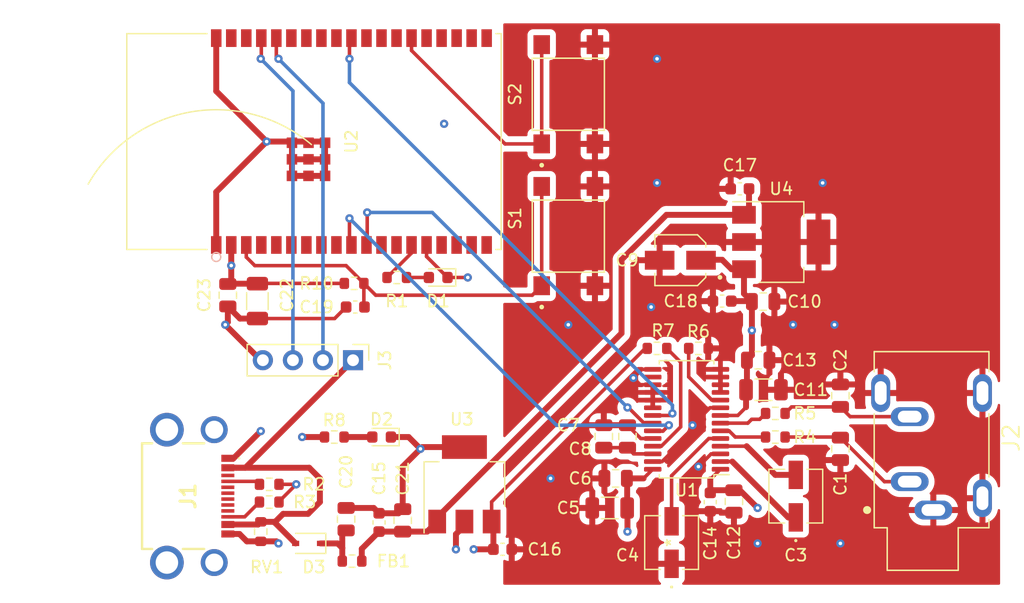
<source format=kicad_pcb>
(kicad_pcb (version 20211014) (generator pcbnew)
  (title_block (title "ESP32 Network DAC") (date "2022-11-06") (rev "0.1") (company "Pavlos Papaefstathiou"))
  (layers (0 "F.Cu" signal) (1 "In1.Cu" power) (2 "In2.Cu" signal) (3 "In3.Cu" power) (4 "In4.Cu" power) (31 "B.Cu" signal) (34 "B.Paste" user) (35 "F.Paste" user) (36 "B.SilkS" user "B.Silkscreen") (37 "F.SilkS" user "F.Silkscreen") (38 "B.Mask" user) (39 "F.Mask" user) (44 "Edge.Cuts" user))
  (net 0 "")
  (net 1 "GND")
  (net 2 "+3V3")
  (net 3 "+3.3VA")
  (net 4 "VBUS_FILT")
  (net 5 "RESET")
  (net 6 "/VBUS_RP")
  (net 7 "VBUS")
  (net 18 "ESP32_Tx")
  (net 19 "ESP32_Rx")
  (net 20 "/GPIO12")
  (net 21 "/OUTL")
  (net 22 "/OUTR")
  (net 23 "/CAPP")
  (net 24 "GPIO0")
  (net 26 "PCM_BCK")
  (net 27 "PCM_DIN")
  (net 28 "PCM_LRCK")
  (net 55 "/CAPM")
  (net 56 "/VNEG")
  (net 57 "/LDO0")
  (net 58 "/DEMP")
  (net 59 "/JACKL")
  (net 60 "/JACKR")
  (net 61 "/XSMT")
  (net 62 "/CC1")
  (net 63 "/CC2")
  (net 64 "/D2_PWR")
  (net 65 "/D1_PWR")
  (footprint "Resistor_SMD:R_0603_1608Metric" (layer "F.Cu") (at 149 108.5 180)
    (fp_text reference "R4" (at -2.5 0) (layer "F.SilkS"))
    (fp_text value "470Ω" hide)
    (pad "1" smd roundrect (at -0.825 0 180) (size 0.8 0.95) (layers "F.Cu" "F.Paste" "F.Mask") (net 59 "/JACKL"))
    (pad "2" smd roundrect (at 0.825 0 180) (size 0.8 0.95) (layers "F.Cu" "F.Paste" "F.Mask") (net 21 "/OUTL"))
  )
  (footprint "Resistor_SMD:R_0603_1608Metric" (layer "F.Cu") (at 105.5 116.5 -90)
    (fp_text reference "RV1" (at 3 -0.5 180) (layer "F.SilkS"))
    (fp_text value "CG0603MLU-05E" hide)
    (pad "1" smd roundrect (at -0.825 0 270) (size 0.8 0.95) (layers "F.Cu" "F.Paste" "F.Mask") (net 7 "VBUS"))
    (pad "2" smd roundrect (at 0.825 0 270) (size 0.8 0.95) (layers "F.Cu" "F.Paste" "F.Mask") (net 1 "GND"))
  )
  (footprint "library:CUI_SJ1-3533NS" (layer "F.Cu") (at 162.3575 114.675 90)
    (fp_text reference "J2" (at 6.108457 6.582308 90) (layer "F.SilkS") (effects (font (size 1.400913 1.400913))))
    (fp_text value "SJ1-3533NS" hide)
    (pad "1" thru_hole oval locked (at 0 0 90) (size 1.6 3.2) (drill oval 1 2) (layers *.Cu *.Mask) (net 1 "GND"))
    (pad "2" thru_hole oval locked (at 2.4 -2 90) (size 1.6 3.2) (drill oval 1 2) (layers *.Cu *.Mask) (net 59 "/JACKL"))
    (pad "3" thru_hole oval locked (at 7.9 -2 90) (size 1.6 3.2) (drill oval 1 2) (layers *.Cu *.Mask) (net 60 "/JACKR"))
    (pad "S1" thru_hole oval locked (at 1 4.15 90) (size 3.2 1.6) (drill oval 2 1) (layers *.Cu *.Mask) (net 1 "GND"))
    (pad "S2" thru_hole oval locked (at 9.9 4.15 90) (size 3.2 1.6) (drill oval 2 1) (layers *.Cu *.Mask) (net 1 "GND"))
    (pad "S3" thru_hole oval locked (at 9.9 -4.45 90) (size 3.2 1.6) (drill oval 2 1) (layers *.Cu *.Mask) (net 1 "GND"))
  )
  (footprint "library:CAP_EEEFN1A100R" (layer "F.Cu") (at 140.97 93.54 180)
    (fp_text reference "C9" (at 4.5 0) (layer "F.SilkS"))
    (fp_text value "10uF EEEFN1A100R" hide)
    (pad "1" smd rect locked (at -1.75 0 180) (size 2.5 1.6) (layers "F.Cu" "F.Paste" "F.Mask") (net 3 "+3.3VA"))
    (pad "2" smd rect locked (at 1.75 0 180) (size 2.5 1.6) (layers "F.Cu" "F.Paste" "F.Mask") (net 1 "GND"))
  )
  (footprint "Connector_PinHeader_2.54mm:PinHeader_1x04_P2.54mm_Vertical" (layer "F.Cu") (at 113.3 102 -90)
    (fp_text reference "J3" (at 0 -2.7 90) (layer "F.SilkS"))
    (fp_text value "Conn_01x04_Male" hide)
    (pad "1" thru_hole rect (at 0 0 270) (size 1.7 1.7) (drill 1) (layers *.Cu *.Mask) (net 7 "VBUS"))
    (pad "2" thru_hole oval (at 0 2.54 270) (size 1.7 1.7) (drill 1) (layers *.Cu *.Mask) (net 19 "ESP32_Rx"))
    (pad "3" thru_hole oval (at 0 5.08 270) (size 1.7 1.7) (drill 1) (layers *.Cu *.Mask) (net 18 "ESP32_Tx"))
    (pad "4" thru_hole oval (at 0 7.62 270) (size 1.7 1.7) (drill 1) (layers *.Cu *.Mask) (net 1 "GND"))
  )
  (footprint "Package_TO_SOT_SMD:SOT-223-3_TabPin2" (layer "F.Cu") (at 122.717 112.5 90)
    (fp_text reference "U3" (at 5.5 -0.217) (layer "F.SilkS"))
    (fp_text value "MCP1825S" hide)
    (pad "1" smd rect (at -3.15 -2.3 90) (size 2 1.5) (layers "F.Cu" "F.Paste" "F.Mask") (net 4 "VBUS_FILT"))
    (pad "2" smd rect (at -3.15 0 90) (size 2 1.5) (layers "F.Cu" "F.Paste" "F.Mask") (net 1 "GND"))
    (pad "2" smd rect (at 3.15 0 90) (size 2 3.8) (layers "F.Cu" "F.Paste" "F.Mask") (net 1 "GND"))
    (pad "3" smd rect (at -3.15 2.3 90) (size 2 1.5) (layers "F.Cu" "F.Paste" "F.Mask") (net 2 "+3V3"))
  )
  (footprint "Capacitor_SMD:C_0805_2012Metric" (layer "F.Cu") (at 145.5 113.95 -90)
    (fp_text reference "C12" (at 3.5 0 -90) (layer "F.SilkS"))
    (fp_text value "0.1uF" hide)
    (pad "1" smd roundrect (at -0.95 0 270) (size 1 1.45) (layers "F.Cu" "F.Paste" "F.Mask") (net 3 "+3.3VA"))
    (pad "2" smd roundrect (at 0.95 0 270) (size 1 1.45) (layers "F.Cu" "F.Paste" "F.Mask") (net 1 "GND"))
  )
  (footprint "Capacitor_SMD:C_0805_2012Metric" (layer "F.Cu") (at 117.5 115.55 90)
    (fp_text reference "C21" (at 3.55 0 90) (layer "F.SilkS"))
    (fp_text value "0.1uF" hide)
    (pad "1" smd roundrect (at -0.95 0 90) (size 1 1.45) (layers "F.Cu" "F.Paste" "F.Mask") (net 4 "VBUS_FILT"))
    (pad "2" smd roundrect (at 0.95 0 90) (size 1 1.45) (layers "F.Cu" "F.Paste" "F.Mask") (net 1 "GND"))
  )
  (footprint "Resistor_SMD:R_0603_1608Metric" (layer "F.Cu") (at 113.392 95.5)
    (fp_text reference "R10" (at -3.175 0) (layer "F.SilkS"))
    (fp_text value "100kΩ" hide)
    (pad "1" smd roundrect (at -0.825 0) (size 0.8 0.95) (layers "F.Cu" "F.Paste" "F.Mask") (net 2 "+3V3"))
    (pad "2" smd roundrect (at 0.825 0) (size 0.8 0.95) (layers "F.Cu" "F.Paste" "F.Mask") (net 5 "RESET"))
  )
  (footprint "Capacitor_SMD:C_0805_2012Metric" (layer "F.Cu") (at 136.5 108.45 90)
    (fp_text reference "C8" (at -1.05 -4 180) (layer "F.SilkS"))
    (fp_text value "0.1uF" hide)
    (pad "1" smd roundrect (at -0.95 0 90) (size 1 1.45) (layers "F.Cu" "F.Paste" "F.Mask") (net 57 "/LDO0"))
    (pad "2" smd roundrect (at 0.95 0 90) (size 1 1.45) (layers "F.Cu" "F.Paste" "F.Mask") (net 1 "GND"))
  )
  (footprint "Capacitor_SMD:C_0603_1608Metric" (layer "F.Cu") (at 143.5 114 -90)
    (fp_text reference "C14" (at 3.5 0 -90) (layer "F.SilkS"))
    (fp_text value "1uF" hide)
    (pad "1" smd roundrect (at -0.775 0 270) (size 0.9 0.95) (layers "F.Cu" "F.Paste" "F.Mask") (net 3 "+3.3VA"))
    (pad "2" smd roundrect (at 0.775 0 270) (size 0.9 0.95) (layers "F.Cu" "F.Paste" "F.Mask") (net 1 "GND"))
  )
  (footprint "Capacitor_SMD:C_0603_1608Metric" (layer "F.Cu") (at 113.492 97.5 180)
    (fp_text reference "C19" (at 3.275 0) (layer "F.SilkS"))
    (fp_text value "1uF" hide)
    (pad "1" smd roundrect (at -0.775 0 180) (size 0.9 0.95) (layers "F.Cu" "F.Paste" "F.Mask") (net 5 "RESET"))
    (pad "2" smd roundrect (at 0.775 0 180) (size 0.9 0.95) (layers "F.Cu" "F.Paste" "F.Mask") (net 1 "GND"))
  )
  (footprint "Capacitor_SMD:C_0603_1608Metric" (layer "F.Cu") (at 125.942 118)
    (fp_text reference "C16" (at 3.558 0) (layer "F.SilkS"))
    (fp_text value "1uF" hide)
    (pad "1" smd roundrect (at -0.775 0) (size 0.9 0.95) (layers "F.Cu" "F.Paste" "F.Mask") (net 2 "+3V3"))
    (pad "2" smd roundrect (at 0.775 0) (size 0.9 0.95) (layers "F.Cu" "F.Paste" "F.Mask") (net 1 "GND"))
  )
  (footprint "Capacitor_SMD:C_0805_2012Metric" (layer "F.Cu") (at 102.717 96.5 -90)
    (fp_text reference "C23" (at 0 2 -90) (layer "F.SilkS"))
    (fp_text value "0.1uF" hide)
    (pad "1" smd roundrect (at -0.95 0 270) (size 1 1.45) (layers "F.Cu" "F.Paste" "F.Mask") (net 2 "+3V3"))
    (pad "2" smd roundrect (at 0.95 0 270) (size 1 1.45) (layers "F.Cu" "F.Paste" "F.Mask") (net 1 "GND"))
  )
  (footprint "Resistor_SMD:R_0603_1608Metric" (layer "F.Cu") (at 139 101)
    (fp_text reference "R7" (at 0.5 -1.5) (layer "F.SilkS"))
    (fp_text value "1kΩ" hide)
    (pad "1" smd roundrect (at -0.825 0) (size 0.8 0.95) (layers "F.Cu" "F.Paste" "F.Mask") (net 2 "+3V3"))
    (pad "2" smd roundrect (at 0.825 0) (size 0.8 0.95) (layers "F.Cu" "F.Paste" "F.Mask") (net 61 "/XSMT"))
  )
  (footprint "library:SW_TS07-667-37-BK-260-SMT-TR" (layer "F.Cu") (at 131.5 91.5 90)
    (fp_text reference "S1" (at 1.5 -4.5 90) (layer "F.SilkS"))
    (fp_text value "TS07")
    (pad "1" smd rect locked (at -4.2 -2.25 90) (size 1.6 1.4) (layers "F.Cu" "F.Paste" "F.Mask") (net 5 "RESET"))
    (pad "2" smd rect locked (at -4.2 2.25 90) (size 1.6 1.4) (layers "F.Cu" "F.Paste" "F.Mask") (net 1 "GND"))
    (pad "3" smd rect locked (at 4.2 -2.25 90) (size 1.6 1.4) (layers "F.Cu" "F.Paste" "F.Mask") (net 5 "RESET"))
    (pad "4" smd rect locked (at 4.2 2.25 90) (size 1.6 1.4) (layers "F.Cu" "F.Paste" "F.Mask") (net 1 "GND"))
  )
  (footprint "Resistor_SMD:R_0603_1608Metric" (layer "F.Cu") (at 111.717 108.5)
    (fp_text reference "R8" (at 0 -1.43) (layer "F.SilkS"))
    (fp_text value "2k" hide)
    (pad "1" smd roundrect (at -0.825 0) (size 0.8 0.95) (layers "F.Cu" "F.Paste" "F.Mask") (net 2 "+3V3"))
    (pad "2" smd roundrect (at 0.825 0) (size 0.8 0.95) (layers "F.Cu" "F.Paste" "F.Mask") (net 64 "/D2_PWR"))
  )
  (footprint "library:ESP32-WROVER-EM213EH2864PH3Q0" (layer "F.Cu") (at 110 83.5 90)
    (fp_text reference "U2" (at 0 3.167202 90) (layer "F.SilkS"))
    (fp_text value "ESP32-WROVER-EM213EH2864PH3Q0" hide)
    (pad "1" smd rect locked (at -8.75 -8.262798 90) (size 1.4986 0.889) (layers "F.Cu" "F.Paste" "F.Mask") (net 1 "GND"))
    (pad "2" smd rect locked (at -8.75 -6.992798 90) (size 1.4986 0.889) (layers "F.Cu" "F.Paste" "F.Mask") (net 2 "+3V3"))
    (pad "3" smd rect locked (at -8.75 -5.722798 90) (size 1.4986 0.889) (layers "F.Cu" "F.Paste" "F.Mask") (net 5 "RESET"))
    (pad "4" smd rect locked (at -8.75 -4.452798 90) (size 1.4986 0.889) (layers "F.Cu" "F.Paste" "F.Mask"))
    (pad "5" smd rect locked (at -8.75 -3.182798 90) (size 1.4986 0.889) (layers "F.Cu" "F.Paste" "F.Mask"))
    (pad "6" smd rect locked (at -8.75 -1.912798 90) (size 1.4986 0.889) (layers "F.Cu" "F.Paste" "F.Mask"))
    (pad "7" smd rect locked (at -8.75 -0.642798 90) (size 1.4986 0.889) (layers "F.Cu" "F.Paste" "F.Mask"))
    (pad "8" smd rect locked (at -8.75 0.627202 90) (size 1.4986 0.889) (layers "F.Cu" "F.Paste" "F.Mask"))
    (pad "9" smd rect locked (at -8.75 1.897202 90) (size 1.4986 0.889) (layers "F.Cu" "F.Paste" "F.Mask"))
    (pad "10" smd rect locked (at -8.75 3.167202 90) (size 1.4986 0.889) (layers "F.Cu" "F.Paste" "F.Mask") (net 28 "PCM_LRCK"))
    (pad "11" smd rect locked (at -8.75 4.437202 90) (size 1.4986 0.889) (layers "F.Cu" "F.Paste" "F.Mask") (net 27 "PCM_DIN"))
    (pad "12" smd rect locked (at -8.75 5.707202 90) (size 1.4986 0.889) (layers "F.Cu" "F.Paste" "F.Mask"))
    (pad "13" smd rect locked (at -8.75 6.977202 90) (size 1.4986 0.889) (layers "F.Cu" "F.Paste" "F.Mask"))
    (pad "14" smd rect locked (at -8.75 8.247202 90) (size 1.4986 0.889) (layers "F.Cu" "F.Paste" "F.Mask") (net 20 "/GPIO12"))
    (pad "15" smd rect locked (at -8.75 9.517202 90) (size 1.4986 0.889) (layers "F.Cu" "F.Paste" "F.Mask") (net 1 "GND"))
    (pad "16" smd rect locked (at -8.75 10.787202 90) (size 1.4986 0.889) (layers "F.Cu" "F.Paste" "F.Mask"))
    (pad "17" smd rect locked (at -8.75 12.057202 90) (size 1.4986 0.889) (layers "F.Cu" "F.Paste" "F.Mask"))
    (pad "18" smd rect locked (at -8.75 13.327202 90) (size 1.4986 0.889) (layers "F.Cu" "F.Paste" "F.Mask"))
    (pad "19" smd rect locked (at -8.75 14.597202 90) (size 1.4986 0.889) (layers "F.Cu" "F.Paste" "F.Mask"))
    (pad "20" smd rect locked (at 8.75 14.597202 90) (size 1.4986 0.889) (layers "F.Cu" "F.Paste" "F.Mask"))
    (pad "21" smd rect locked (at 8.75 13.327202 90) (size 1.4986 0.889) (layers "F.Cu" "F.Paste" "F.Mask"))
    (pad "22" smd rect locked (at 8.75 12.057202 90) (size 1.4986 0.889) (layers "F.Cu" "F.Paste" "F.Mask"))
    (pad "23" smd rect locked (at 8.75 10.787202 90) (size 1.4986 0.889) (layers "F.Cu" "F.Paste" "F.Mask"))
    (pad "24" smd rect locked (at 8.75 9.517202 90) (size 1.4986 0.889) (layers "F.Cu" "F.Paste" "F.Mask"))
    (pad "25" smd rect locked (at 8.75 8.247202 90) (size 1.4986 0.889) (layers "F.Cu" "F.Paste" "F.Mask") (net 24 "GPIO0"))
    (pad "26" smd rect locked (at 8.75 6.977202 90) (size 1.4986 0.889) (layers "F.Cu" "F.Paste" "F.Mask"))
    (pad "27" smd rect locked (at 8.75 5.707202 90) (size 1.4986 0.889) (layers "F.Cu" "F.Paste" "F.Mask"))
    (pad "28" smd rect locked (at 8.75 4.437202 90) (size 1.4986 0.889) (layers "F.Cu" "F.Paste" "F.Mask"))
    (pad "29" smd rect locked (at 8.75 3.167202 90) (size 1.4986 0.889) (layers "F.Cu" "F.Paste" "F.Mask") (net 26 "PCM_BCK"))
    (pad "30" smd rect locked (at 8.75 1.897202 90) (size 1.4986 0.889) (layers "F.Cu" "F.Paste" "F.Mask"))
    (pad "31" smd rect locked (at 8.75 0.627202 90) (size 1.4986 0.889) (layers "F.Cu" "F.Paste" "F.Mask"))
    (pad "32" smd rect locked (at 8.75 -0.642798 90) (size 1.4986 0.889) (layers "F.Cu" "F.Paste" "F.Mask"))
    (pad "33" smd rect locked (at 8.75 -1.912798 90) (size 1.4986 0.889) (layers "F.Cu" "F.Paste" "F.Mask"))
    (pad "34" smd rect locked (at 8.75 -3.182798 90) (size 1.4986 0.889) (layers "F.Cu" "F.Paste" "F.Mask") (net 19 "ESP32_Rx"))
    (pad "35" smd rect locked (at 8.75 -4.452798 90) (size 1.4986 0.889) (layers "F.Cu" "F.Paste" "F.Mask") (net 18 "ESP32_Tx"))
    (pad "36" smd rect locked (at 8.75 -5.722798 90) (size 1.4986 0.889) (layers "F.Cu" "F.Paste" "F.Mask"))
    (pad "37" smd rect locked (at 8.75 -6.992798 90) (size 1.4986 0.889) (layers "F.Cu" "F.Paste" "F.Mask"))
    (pad "38" smd rect locked (at 8.75 -8.262798 90) (size 1.4986 0.889) (layers "F.Cu" "F.Paste" "F.Mask") (net 1 "GND"))
    (pad "39" smd rect locked (at -1.50429 -0.462788 90) (size 0.889 0.889) (layers "F.Cu" "F.Paste" "F.Mask") (net 1 "GND"))
    (pad "40" smd rect locked (at -0.10429 -0.462788 90) (size 0.889 0.889) (layers "F.Cu" "F.Paste" "F.Mask") (net 1 "GND"))
    (pad "41" smd rect locked (at -0.10414 -1.862785 90) (size 0.889 0.889) (layers "F.Cu" "F.Paste" "F.Mask") (net 1 "GND"))
    (pad "42" smd rect locked (at -1.504188 -1.862785 90) (size 0.889 0.889) (layers "F.Cu" "F.Paste" "F.Mask") (net 1 "GND"))
    (pad "43" smd rect locked (at -2.904236 -1.862785 90) (size 0.889 0.889) (layers "F.Cu" "F.Paste" "F.Mask") (net 1 "GND"))
    (pad "44" smd rect locked (at -2.904289 -0.462788 90) (size 0.889 0.889) (layers "F.Cu" "F.Paste" "F.Mask") (net 1 "GND"))
    (pad "45" smd rect locked (at -2.904236 0.937336 90) (size 0.889 0.889) (layers "F.Cu" "F.Paste" "F.Mask") (net 1 "GND"))
    (pad "46" smd rect locked (at -1.504188 0.937336 90) (size 0.889 0.889) (layers "F.Cu" "F.Paste" "F.Mask") (net 1 "GND"))
    (pad "47" smd rect locked (at -0.10414 0.937336 90) (size 0.889 0.889) (layers "F.Cu" "F.Paste" "F.Mask") (net 1 "GND"))
  )
  (footprint "Capacitor_SMD:C_0805_2012Metric" (layer "F.Cu") (at 135.5 112 180)
    (fp_text reference "C6" (at 3 0) (layer "F.SilkS"))
    (fp_text value "0.1uF" hide)
    (pad "1" smd roundrect (at -0.95 0 180) (size 1 1.45) (layers "F.Cu" "F.Paste" "F.Mask") (net 2 "+3V3"))
    (pad "2" smd roundrect (at 0.95 0 180) (size 1 1.45) (layers "F.Cu" "F.Paste" "F.Mask") (net 1 "GND"))
  )
  (footprint "Resistor_SMD:R_0603_1608Metric" (layer "F.Cu") (at 142.5 101)
    (fp_text reference "R6" (at 0 -1.43) (layer "F.SilkS"))
    (fp_text value "10Ω" hide)
    (pad "1" smd roundrect (at -0.825 0) (size 0.8 0.95) (layers "F.Cu" "F.Paste" "F.Mask") (net 58 "/DEMP"))
    (pad "2" smd roundrect (at 0.825 0) (size 0.8 0.95) (layers "F.Cu" "F.Paste" "F.Mask") (net 1 "GND"))
  )
  (footprint "Capacitor_SMD:C_0805_2012Metric" (layer "F.Cu") (at 147.97 97.04)
    (fp_text reference "C10" (at 3.5 0) (layer "F.SilkS"))
    (fp_text value "0.1uF" hide)
    (pad "1" smd roundrect (at -0.95 0) (size 1 1.45) (layers "F.Cu" "F.Paste" "F.Mask") (net 3 "+3.3VA"))
    (pad "2" smd roundrect (at 0.95 0) (size 1 1.45) (layers "F.Cu" "F.Paste" "F.Mask") (net 1 "GND"))
  )
  (footprint "Resistor_SMD:R_0603_1608Metric" (layer "F.Cu") (at 149 106.5)
    (fp_text reference "R5" (at 2.5 0) (layer "F.SilkS"))
    (fp_text value "470Ω" hide)
    (pad "1" smd roundrect (at -0.825 0) (size 0.8 0.95) (layers "F.Cu" "F.Paste" "F.Mask") (net 22 "/OUTR"))
    (pad "2" smd roundrect (at 0.825 0) (size 0.8 0.95) (layers "F.Cu" "F.Paste" "F.Mask") (net 60 "/JACKR"))
  )
  (footprint "Capacitor_SMD:C_1206_3216Metric" (layer "F.Cu") (at 148 104.5)
    (fp_text reference "C11" (at 4 0) (layer "F.SilkS"))
    (fp_text value "10uF" hide)
    (pad "1" smd roundrect (at -1.475 0) (size 1.15 1.8) (layers "F.Cu" "F.Paste" "F.Mask") (roundrect_rratio 0.217391) (net 3 "+3.3VA"))
    (pad "2" smd roundrect (at 1.475 0) (size 1.15 1.8) (layers "F.Cu" "F.Paste" "F.Mask") (roundrect_rratio 0.217391) (net 1 "GND"))
  )
  (footprint "Resistor_SMD:R_0603_1608Metric" (layer "F.Cu") (at 106.217 114)
    (fp_text reference "R3" (at 3 0) (layer "F.SilkS"))
    (fp_text value "5k1" hide)
    (pad "1" smd roundrect (at -0.825 0) (size 0.8 0.95) (layers "F.Cu" "F.Paste" "F.Mask") (net 63 "/CC2"))
    (pad "2" smd roundrect (at 0.825 0) (size 0.8 0.95) (layers "F.Cu" "F.Paste" "F.Mask") (net 1 "GND"))
  )
  (footprint "Capacitor_SMD:C_0603_1608Metric" (layer "F.Cu") (at 115.5 115.725 90)
    (fp_text reference "C15" (at 3.725 0 90) (layer "F.SilkS"))
    (fp_text value "1uF" hide)
    (pad "1" smd roundrect (at -0.775 0 90) (size 0.9 0.95) (layers "F.Cu" "F.Paste" "F.Mask") (net 4 "VBUS_FILT"))
    (pad "2" smd roundrect (at 0.775 0 90) (size 0.9 0.95) (layers "F.Cu" "F.Paste" "F.Mask") (net 1 "GND"))
  )
  (footprint "library:USB4510031A" (layer "F.Cu") (at 98.717 113.5 -90)
    (fp_text reference "J1" (at 0 -0.65 90) (layer "F.SilkS") (effects (font (size 1.27 1.27) (thickness 0.254))))
    (fp_text value "USB4510-03-1-A" hide)
    (pad "A1" smd rect locked (at -3.2 -4 270) (size 0.6 1.1) (layers "F.Cu" "F.Paste" "F.Mask") (net 1 "GND"))
    (pad "A4" smd rect locked (at -2.4 -4 270) (size 0.6 1.1) (layers "F.Cu" "F.Paste" "F.Mask") (net 7 "VBUS"))
    (pad "A5" smd rect locked (at -1.25 -4 270) (size 0.3 1.1) (layers "F.Cu" "F.Paste" "F.Mask") (net 62 "/CC1"))
    (pad "A6" smd rect locked (at -0.25 -4 270) (size 0.3 1.1) (layers "F.Cu" "F.Paste" "F.Mask"))
    (pad "A7" smd rect locked (at 0.25 -4 270) (size 0.3 1.1) (layers "F.Cu" "F.Paste" "F.Mask"))
    (pad "A8" smd rect locked (at 1.25 -4 270) (size 0.3 1.1) (layers "F.Cu" "F.Paste" "F.Mask"))
    (pad "A9" smd rect locked (at 2.4 -4 270) (size 0.6 1.1) (layers "F.Cu" "F.Paste" "F.Mask") (net 7 "VBUS"))
    (pad "A12" smd rect locked (at 3.2 -4 270) (size 0.6 1.1) (layers "F.Cu" "F.Paste" "F.Mask") (net 1 "GND"))
    (pad "B5" smd rect locked (at 1.75 -4 270) (size 0.3 1.1) (layers "F.Cu" "F.Paste" "F.Mask") (net 63 "/CC2"))
    (pad "B6" smd rect locked (at 0.75 -4 270) (size 0.3 1.1) (layers "F.Cu" "F.Paste" "F.Mask"))
    (pad "B7" smd rect locked (at -0.75 -4 270) (size 0.3 1.1) (layers "F.Cu" "F.Paste" "F.Mask"))
    (pad "B8" smd rect locked (at -1.75 -4 270) (size 0.3 1.1) (layers "F.Cu" "F.Paste" "F.Mask"))
    (pad "MH1" thru_hole circle locked (at -5.62 -2.85 270) (size 2.28 2.28) (drill 1.52) (layers *.Cu *.Mask))
    (pad "MH2" thru_hole circle locked (at -5.62 1.15 270) (size 2.85 2.85) (drill 1.9) (layers *.Cu *.Mask))
    (pad "MH3" thru_hole circle locked (at 5.62 1.15 270) (size 2.85 2.85) (drill 1.9) (layers *.Cu *.Mask))
    (pad "MH4" thru_hole circle locked (at 5.62 -2.85 270) (size 2.28 2.28) (drill 1.52) (layers *.Cu *.Mask))
  )
  (footprint "Capacitor_SMD:C_0805_2012Metric" (layer "F.Cu") (at 147.55 102)
    (fp_text reference "C13" (at 3.5 0) (layer "F.SilkS"))
    (fp_text value "0.1uF" hide)
    (pad "1" smd roundrect (at -0.95 0) (size 1 1.45) (layers "F.Cu" "F.Paste" "F.Mask") (net 3 "+3.3VA"))
    (pad "2" smd roundrect (at 0.95 0) (size 1 1.45) (layers "F.Cu" "F.Paste" "F.Mask") (net 1 "GND"))
  )
  (footprint "Diode_SMD:D_SOD-323" (layer "F.Cu") (at 109.5 117.5 180)
    (fp_text reference "D3" (at -0.5 -2) (layer "F.SilkS"))
    (fp_text value "BAT165AX" hide)
    (pad "1" smd rect (at -1.05 0 180) (size 0.6 0.45) (layers "F.Cu" "F.Paste" "F.Mask") (net 6 "/VBUS_RP"))
    (pad "2" smd rect (at 1.05 0 180) (size 0.6 0.45) (layers "F.Cu" "F.Paste" "F.Mask") (net 7 "VBUS"))
  )
  (footprint "Capacitor_SMD:C_0805_2012Metric" (layer "F.Cu") (at 154.5 105 90)
    (fp_text reference "C2" (at 3 0 90) (layer "F.SilkS"))
    (fp_text value "2.2nF" hide)
    (pad "1" smd roundrect (at -0.95 0 90) (size 1 1.45) (layers "F.Cu" "F.Paste" "F.Mask") (net 60 "/JACKR"))
    (pad "2" smd roundrect (at 0.95 0 90) (size 1 1.45) (layers "F.Cu" "F.Paste" "F.Mask") (net 1 "GND"))
  )
  (footprint "Capacitor_SMD:C_0805_2012Metric" (layer "F.Cu") (at 154.5 109.5 90)
    (fp_text reference "C1" (at -3 0 90) (layer "F.SilkS"))
    (fp_text value "2.2nF" hide)
    (pad "1" smd roundrect (at -0.95 0 90) (size 1 1.45) (layers "F.Cu" "F.Paste" "F.Mask") (net 1 "GND"))
    (pad "2" smd roundrect (at 0.95 0 90) (size 1 1.45) (layers "F.Cu" "F.Paste" "F.Mask") (net 59 "/JACKL"))
  )
  (footprint "Capacitor_SMD:C_0805_2012Metric" (layer "F.Cu") (at 112.717 115.45 90)
    (fp_text reference "C20" (at 4 0 90) (layer "F.SilkS"))
    (fp_text value "0.1uF" hide)
    (pad "1" smd roundrect (at -0.95 0 90) (size 1 1.45) (layers "F.Cu" "F.Paste" "F.Mask") (net 6 "/VBUS_RP"))
    (pad "2" smd roundrect (at 0.95 0 90) (size 1 1.45) (layers "F.Cu" "F.Paste" "F.Mask") (net 1 "GND"))
  )
  (footprint "Resistor_SMD:R_0603_1608Metric" (layer "F.Cu") (at 117 95)
    (fp_text reference "R1" (at 0 2) (layer "F.SilkS"))
    (fp_text value "2k" hide)
    (pad "1" smd roundrect (at -0.825 0) (size 0.8 0.95) (layers "F.Cu" "F.Paste" "F.Mask") (net 20 "/GPIO12"))
    (pad "2" smd roundrect (at 0.825 0) (size 0.8 0.95) (layers "F.Cu" "F.Paste" "F.Mask") (net 65 "/D1_PWR"))
  )
  (footprint "Capacitor_SMD:C_1206_3216Metric" (layer "F.Cu") (at 135 114.5 180)
    (fp_text reference "C5" (at 3.5 0 180) (layer "F.SilkS"))
    (fp_text value "10uF" hide)
    (pad "1" smd roundrect (at -1.475 0 180) (size 1.15 1.8) (layers "F.Cu" "F.Paste" "F.Mask") (roundrect_rratio 0.217391) (net 2 "+3V3"))
    (pad "2" smd roundrect (at 1.475 0 180) (size 1.15 1.8) (layers "F.Cu" "F.Paste" "F.Mask") (roundrect_rratio 0.217391) (net 1 "GND"))
  )
  (footprint "Capacitor_SMD:C_0603_1608Metric" (layer "F.Cu") (at 146 87.5 180)
    (fp_text reference "C17" (at 0 2) (layer "F.SilkS"))
    (fp_text value "1uF" hide)
    (pad "1" smd roundrect (at -0.775 0 180) (size 0.9 0.95) (layers "F.Cu" "F.Paste" "F.Mask") (net 4 "VBUS_FILT"))
    (pad "2" smd roundrect (at 0.775 0 180) (size 0.9 0.95) (layers "F.Cu" "F.Paste" "F.Mask") (net 1 "GND"))
  )
  (footprint "library:SW_TS07-667-37-BK-260-SMT-TR" (layer "F.Cu") (at 131.5 79.5 90)
    (fp_text reference "S2" (at 0 -4.5 90) (layer "F.SilkS"))
    (fp_text value "TS07")
    (pad "1" smd rect locked (at -4.2 -2.25 90) (size 1.6 1.4) (layers "F.Cu" "F.Paste" "F.Mask") (net 24 "GPIO0"))
    (pad "2" smd rect locked (at -4.2 2.25 90) (size 1.6 1.4) (layers "F.Cu" "F.Paste" "F.Mask") (net 1 "GND"))
    (pad "3" smd rect locked (at 4.2 -2.25 90) (size 1.6 1.4) (layers "F.Cu" "F.Paste" "F.Mask") (net 24 "GPIO0"))
    (pad "4" smd rect locked (at 4.2 2.25 90) (size 1.6 1.4) (layers "F.Cu" "F.Paste" "F.Mask") (net 1 "GND"))
  )
  (footprint "LED_SMD:LED_0603_1608Metric" (layer "F.Cu") (at 115.717 108.5 180)
    (fp_text reference "D2" (at 0 1.5) (layer "F.SilkS"))
    (fp_text value "LED_R" hide)
    (pad "1" smd roundrect (at -0.7875 0 180) (size 0.875 0.95) (layers "F.Cu" "F.Paste" "F.Mask") (net 1 "GND"))
    (pad "2" smd roundrect (at 0.7875 0 180) (size 0.875 0.95) (layers "F.Cu" "F.Paste" "F.Mask") (net 64 "/D2_PWR"))
  )
  (footprint "Resistor_SMD:R_0603_1608Metric" (layer "F.Cu") (at 113.217 119)
    (fp_text reference "FB1" (at 3.5 0) (layer "F.SilkS"))
    (fp_text value "120R" hide)
    (pad "1" smd roundrect (at -0.825 0) (size 0.8 0.95) (layers "F.Cu" "F.Paste" "F.Mask") (net 6 "/VBUS_RP"))
    (pad "2" smd roundrect (at 0.825 0) (size 0.8 0.95) (layers "F.Cu" "F.Paste" "F.Mask") (net 4 "VBUS_FILT"))
  )
  (footprint "Resistor_SMD:R_0603_1608Metric" (layer "F.Cu") (at 106.217 112.5)
    (fp_text reference "R2" (at 3.783 0) (layer "F.SilkS"))
    (fp_text value "5k1" hide)
    (pad "1" smd roundrect (at -0.825 0) (size 0.8 0.95) (layers "F.Cu" "F.Paste" "F.Mask") (net 62 "/CC1"))
    (pad "2" smd roundrect (at 0.825 0) (size 0.8 0.95) (layers "F.Cu" "F.Paste" "F.Mask") (net 1 "GND"))
  )
  (footprint "Package_TO_SOT_SMD:SOT-223-3_TabPin2" (layer "F.Cu") (at 149.5 92)
    (fp_text reference "U4" (at 0 -4.5) (layer "F.SilkS"))
    (fp_text value "MCP1825S" hide)
    (pad "1" smd rect (at -3.15 -2.3) (size 2 1.5) (layers "F.Cu" "F.Paste" "F.Mask") (net 4 "VBUS_FILT"))
    (pad "2" smd rect (at -3.15 0) (size 2 1.5) (layers "F.Cu" "F.Paste" "F.Mask") (net 1 "GND"))
    (pad "2" smd rect (at 3.15 0) (size 2 3.8) (layers "F.Cu" "F.Paste" "F.Mask") (net 1 "GND"))
    (pad "3" smd rect (at -3.15 2.3) (size 2 1.5) (layers "F.Cu" "F.Paste" "F.Mask") (net 3 "+3.3VA"))
  )
  (footprint "Capacitor_SMD:C_0805_2012Metric" (layer "F.Cu") (at 134.5 108.45 90)
    (fp_text reference "C7" (at 0.95 -3 180) (layer "F.SilkS"))
    (fp_text value "10uF" hide)
    (pad "1" smd roundrect (at -0.95 0 90) (size 1 1.45) (layers "F.Cu" "F.Paste" "F.Mask") (net 57 "/LDO0"))
    (pad "2" smd roundrect (at 0.95 0 90) (size 1 1.45) (layers "F.Cu" "F.Paste" "F.Mask") (net 1 "GND"))
  )
  (footprint "Capacitor_SMD:C_0603_1608Metric" (layer "F.Cu") (at 144.5 97 180)
    (fp_text reference "C18" (at 3.5 0) (layer "F.SilkS"))
    (fp_text value "1uF" hide)
    (pad "1" smd roundrect (at -0.775 0 180) (size 0.9 0.95) (layers "F.Cu" "F.Paste" "F.Mask") (net 3 "+3.3VA"))
    (pad "2" smd roundrect (at 0.775 0 180) (size 0.9 0.95) (layers "F.Cu" "F.Paste" "F.Mask") (net 1 "GND"))
  )
  (footprint "library:UUQ1H2R2MCL1GB" (layer "F.Cu") (at 150.73 113.5 90)
    (fp_text reference "C3" (at -5 0 180) (layer "F.SilkS"))
    (fp_text value "2.2uF" hide)
    (pad "1" smd rect locked (at -1.798599 0 90) (size 2.406599 1.212799) (layers "F.Cu" "F.Paste" "F.Mask") (net 23 "/CAPP"))
    (pad "2" smd rect locked (at 1.798599 0 90) (size 2.406599 1.212799) (layers "F.Cu" "F.Paste" "F.Mask") (net 55 "/CAPM"))
  )
  (footprint "library:UUQ1H2R2MCL1GB" (layer "F.Cu") (at 140.23 117.4278 90)
    (fp_text reference "C4" (at -1.0722 -3.73 180) (layer "F.SilkS"))
    (fp_text value "2.2uF" hide)
    (fp_text user "*" (at 0 0 90) (layer "F.SilkS"))
    (pad "1" smd rect locked (at -1.798599 0 90) (size 2.406599 1.212799) (layers "F.Cu" "F.Paste" "F.Mask") (net 1 "GND"))
    (pad "2" smd rect locked (at 1.798599 0 90) (size 2.406599 1.212799) (layers "F.Cu" "F.Paste" "F.Mask") (net 56 "/VNEG"))
  )
  (footprint "Package_SO:TSSOP-28_4.4x9.7mm_P0.65mm" (layer "F.Cu") (at 141.5 107 180)
    (fp_text reference "U1" (at 0 -6) (layer "F.SilkS"))
    (fp_text value "PCM5122PW" hide)
    (pad "1" smd roundrect (at -2.8625 -4.225 180) (size 1.475 0.4) (layers "F.Cu" "F.Paste" "F.Mask") (net 3 "+3.3VA"))
    (pad "2" smd roundrect (at -2.8625 -3.575 180) (size 1.475 0.4) (layers "F.Cu" "F.Paste" "F.Mask") (net 23 "/CAPP"))
    (pad "3" smd roundrect (at -2.8625 -2.925 180) (size 1.475 0.4) (layers "F.Cu" "F.Paste" "F.Mask") (net 1 "GND"))
    (pad "4" smd roundrect (at -2.8625 -2.275 180) (size 1.475 0.4) (layers "F.Cu" "F.Paste" "F.Mask") (net 55 "/CAPM"))
    (pad "5" smd roundrect (at -2.8625 -1.625 180) (size 1.475 0.4) (layers "F.Cu" "F.Paste" "F.Mask") (net 56 "/VNEG"))
    (pad "6" smd roundrect (at -2.8625 -0.975 180) (size 1.475 0.4) (layers "F.Cu" "F.Paste" "F.Mask") (net 21 "/OUTL"))
    (pad "7" smd roundrect (at -2.8625 -0.325 180) (size 1.475 0.4) (layers "F.Cu" "F.Paste" "F.Mask") (net 22 "/OUTR"))
    (pad "8" smd roundrect (at -2.8625 0.325 180) (size 1.475 0.4) (layers "F.Cu" "F.Paste" "F.Mask") (net 3 "+3.3VA"))
    (pad "9" smd roundrect (at -2.8625 0.975 180) (size 1.475 0.4) (layers "F.Cu" "F.Paste" "F.Mask") (net 1 "GND"))
    (pad "10" smd roundrect (at -2.8625 1.625 180) (size 1.475 0.4) (layers "F.Cu" "F.Paste" "F.Mask") (net 58 "/DEMP"))
    (pad "11" smd roundrect (at -2.8625 2.275 180) (size 1.475 0.4) (layers "F.Cu" "F.Paste" "F.Mask") (net 1 "GND"))
    (pad "12" smd roundrect (at -2.8625 2.925 180) (size 1.475 0.4) (layers "F.Cu" "F.Paste" "F.Mask") (net 1 "GND"))
    (pad "13" smd roundrect (at -2.8625 3.575 180) (size 1.475 0.4) (layers "F.Cu" "F.Paste" "F.Mask") (net 1 "GND"))
    (pad "14" smd roundrect (at -2.8625 4.225 180) (size 1.475 0.4) (layers "F.Cu" "F.Paste" "F.Mask") (net 1 "GND"))
    (pad "15" smd roundrect (at 2.8625 4.225 180) (size 1.475 0.4) (layers "F.Cu" "F.Paste" "F.Mask") (net 1 "GND"))
    (pad "16" smd roundrect (at 2.8625 3.575 180) (size 1.475 0.4) (layers "F.Cu" "F.Paste" "F.Mask"))
    (pad "17" smd roundrect (at 2.8625 2.925 180) (size 1.475 0.4) (layers "F.Cu" "F.Paste" "F.Mask") (net 1 "GND"))
    (pad "18" smd roundrect (at 2.8625 2.275 180) (size 1.475 0.4) (layers "F.Cu" "F.Paste" "F.Mask") (net 1 "GND"))
    (pad "19" smd roundrect (at 2.8625 1.625 180) (size 1.475 0.4) (layers "F.Cu" "F.Paste" "F.Mask") (net 1 "GND"))
    (pad "20" smd roundrect (at 2.8625 0.975 180) (size 1.475 0.4) (layers "F.Cu" "F.Paste" "F.Mask") (net 1 "GND"))
    (pad "21" smd roundrect (at 2.8625 0.325 180) (size 1.475 0.4) (layers "F.Cu" "F.Paste" "F.Mask") (net 26 "PCM_BCK"))
    (pad "22" smd roundrect (at 2.8625 -0.325 180) (size 1.475 0.4) (layers "F.Cu" "F.Paste" "F.Mask") (net 27 "PCM_DIN"))
    (pad "23" smd roundrect (at 2.8625 -0.975 180) (size 1.475 0.4) (layers "F.Cu" "F.Paste" "F.Mask") (net 28 "PCM_LRCK"))
    (pad "24" smd roundrect (at 2.8625 -1.625 180) (size 1.475 0.4) (layers "F.Cu" "F.Paste" "F.Mask") (net 1 "GND"))
    (pad "25" smd roundrect (at 2.8625 -2.275 180) (size 1.475 0.4) (layers "F.Cu" "F.Paste" "F.Mask") (net 61 "/XSMT"))
    (pad "26" smd roundrect (at 2.8625 -2.925 180) (size 1.475 0.4) (layers "F.Cu" "F.Paste" "F.Mask") (net 57 "/LDO0"))
    (pad "27" smd roundrect (at 2.8625 -3.575 180) (size 1.475 0.4) (layers "F.Cu" "F.Paste" "F.Mask") (net 1 "GND"))
    (pad "28" smd roundrect (at 2.8625 -4.225 180) (size 1.475 0.4) (layers "F.Cu" "F.Paste" "F.Mask") (net 2 "+3V3"))
  )
  (footprint "LED_SMD:LED_0603_1608Metric" (layer "F.Cu") (at 120.5 95 180)
    (fp_text reference "D1" (at 0 -2) (layer "F.SilkS"))
    (fp_text value "LED_R" hide)
    (pad "1" smd roundrect (at -0.7875 0 180) (size 0.875 0.95) (layers "F.Cu" "F.Paste" "F.Mask") (net 1 "GND"))
    (pad "2" smd roundrect (at 0.7875 0 180) (size 0.875 0.95) (layers "F.Cu" "F.Paste" "F.Mask") (net 65 "/D1_PWR"))
  )
  (footprint "Capacitor_SMD:C_1206_3216Metric" (layer "F.Cu") (at 105.217 97 -90)
    (fp_text reference "C22" (at -0.5 -2.5 90) (layer "F.SilkS"))
    (fp_text value "10uF" hide)
    (pad "1" smd roundrect (at -1.475 0 270) (size 1.15 1.8) (layers "F.Cu" "F.Paste" "F.Mask") (roundrect_rratio 0.217391) (net 2 "+3V3"))
    (pad "2" smd roundrect (at 1.475 0 270) (size 1.15 1.8) (layers "F.Cu" "F.Paste" "F.Mask") (roundrect_rratio 0.217391) (net 1 "GND"))
  )
  (segment (start 117.5 111) (end 119 109.5) (width 0.5) (layer "F.Cu") (net 1))
  (segment (start 108.137215 86.404236) (end 108.137215 83.60414) (width 0.5) (layer "F.Cu") (net 1))
  (segment (start 142 107.5) (end 143.475 106.025) (width 0.3) (layer "F.Cu") (net 1))
  (segment (start 137.575 104.075) (end 137 103.5) (width 0.3) (layer "F.Cu") (net 1))
  (segment (start 105.68 102) (end 105.5 102) (width 0.5) (layer "F.Cu") (net 1))
  (segment (start 118 108.5) (end 119 109.5) (width 0.5) (layer "F.Cu") (net 1))
  (segment (start 106.825 117.325) (end 107 117.5) (width 0.5) (layer "F.Cu") (net 1))
  (segment (start 102.717 98.783) (end 102.5 99) (width 0.5) (layer "F.Cu") (net 1))
  (segment (start 104.325 117.325) (end 105.5 117.325) (width 0.5) (layer "F.Cu") (net 1))
  (segment (start 117.15 114.95) (end 117.5 114.6) (width 0.5) (layer "F.Cu") (net 1))
  (segment (start 122.717 109.35) (end 119.15 109.35) (width 0.5) (layer "F.Cu") (net 1))
  (segment (start 144.3625 109.925) (end 143.575 109.925) (width 0.3) (layer "F.Cu") (net 1))
  (segment (start 138.6375 108.625) (end 137.625 108.625) (width 0.3) (layer "F.Cu") (net 1))
  (segment (start 138.6375 102.775) (end 137.725 102.775) (width 0.3) (layer "F.Cu") (net 1))
  (segment (start 107.042 114) (end 107.042 113.958) (width 0.3) (layer "F.Cu") (net 1))
  (segment (start 106 83.5) (end 110.833196 83.5) (width 0.5) (layer "F.Cu") (net 1))
  (segment (start 117.5 114.6) (end 117.5 111) (width 0.5) (layer "F.Cu") (net 1))
  (segment (start 102.717 97.45) (end 102.717 98.783) (width 0.5) (layer "F.Cu") (net 1))
  (segment (start 101.737202 92.25) (end 101.737202 87.762798) (width 0.5) (layer "F.Cu") (net 1))
  (segment (start 122 116.717) (end 122.717 116) (width 0.5) (layer "F.Cu") (net 1))
  (segment (start 108.137215 85.004188) (end 110.937336 85.004188) (width 0.5) (layer "F.Cu") (net 1))
  (segment (start 112.717 114.5) (end 115.05 114.5) (width 0.5) (layer "F.Cu") (net 1))
  (segment (start 110.937336 86.404236) (end 108.137215 86.404236) (width 0.5) (layer "F.Cu") (net 1))
  (segment (start 139.425 110.575) (end 138.6375 110.575) (width 0.3) (layer "F.Cu") (net 1))
  (segment (start 103.2 110.3) (end 105.5 108) (width 0.5) (layer "F.Cu") (net 1))
  (segment (start 122.717 116) (end 122.717 115.65) (width 0.5) (layer "F.Cu") (net 1))
  (segment (start 121.2875 95) (end 123 95) (width 0.3) (layer "F.Cu") (net 1))
  (segment (start 110.937336 83.60414) (end 110.937336 86.404236) (width 0.5) (layer "F.Cu") (net 1))
  (segment (start 105.217 98.475) (end 103.742 98.475) (width 0.5) (layer "F.Cu") (net 1))
  (segment (start 101.737202 79.237202) (end 101.737202 74.75) (width 0.5) (layer "F.Cu") (net 1))
  (segment (start 143.575 109.925) (end 142.5 111) (width 0.3) (layer "F.Cu") (net 1))
  (segment (start 107.042 112.5) (end 108.5 112.5) (width 0.3) (layer "F.Cu") (net 1))
  (segment (start 116.5045 108.5) (end 118 108.5) (width 0.5) (layer "F.Cu") (net 1))
  (segment (start 105.5 117.325) (end 106.825 117.325) (width 0.5) (layer "F.Cu") (net 1))
  (segment (start 119.517202 92.25) (end 119.517202 93.229702) (width 0.3) (layer "F.Cu") (net 1))
  (segment (start 111.742 98.475) (end 105.217 98.475) (width 0.3) (layer "F.Cu") (net 1))
  (segment (start 112.717 97.5) (end 111.742 98.475) (width 0.3) (layer "F.Cu") (net 1))
  (segment (start 115.5 114.95) (end 117.15 114.95) (width 0.5) (layer "F.Cu") (net 1))
  (segment (start 106 83.5) (end 101.737202 79.237202) (width 0.5) (layer "F.Cu") (net 1))
  (segment (start 119.517202 93.229702) (end 121.2875 95) (width 0.3) (layer "F.Cu") (net 1))
  (segment (start 119.15 109.35) (end 119 109.5) (width 0.5) (layer "F.Cu") (net 1))
  (segment (start 101.737202 87.762798) (end 106 83.5) (width 0.5) (layer "F.Cu") (net 1))
  (segment (start 115.05 114.5) (end 115.5 114.95) (width 0.5) (layer "F.Cu") (net 1))
  (segment (start 143.475 106.025) (end 144.3625 106.025) (width 0.3) (layer "F.Cu") (net 1))
  (segment (start 142 108) (end 139.425 110.575) (width 0.3) (layer "F.Cu") (net 1))
  (segment (start 137.625 108.625) (end 136.5 107.5) (width 0.3) (layer "F.Cu") (net 1))
  (segment (start 142 107.5) (end 142 108) (width 0.3) (layer "F.Cu") (net 1))
  (segment (start 103.742 98.475) (end 102.717 97.45) (width 0.5) (layer "F.Cu") (net 1))
  (segment (start 103.7 116.7) (end 104.325 117.325) (width 0.5) (layer "F.Cu") (net 1))
  (segment (start 107.042 113.958) (end 108.5 112.5) (width 0.3) (layer "F.Cu") (net 1))
  (segment (start 110.833196 83.5) (end 110.937336 83.60414) (width 0.5) (layer "F.Cu") (net 1))
  (segment (start 137.725 102.775) (end 137 103.5) (width 0.3) (layer "F.Cu") (net 1))
  (segment (start 102.717 110.3) (end 103.2 110.3) (width 0.5) (layer "F.Cu") (net 1))
  (segment (start 105.5 102) (end 102.5 99) (width 0.5) (layer "F.Cu") (net 1))
  (segment (start 122 118) (end 122 116.717) (width 0.5) (layer "F.Cu") (net 1))
  (segment (start 138.6375 104.075) (end 137.575 104.075) (width 0.3) (layer "F.Cu") (net 1))
  (segment (start 102.717 116.7) (end 103.7 116.7) (width 0.5) (layer "F.Cu") (net 1))
  (via (at 102.5 99) (size 0.7) (drill 0.3) (layers "F.Cu" "B.Cu") (net 1))
  (via (at 122 118) (size 0.7) (drill 0.3) (layers "F.Cu" "B.Cu") (net 1))
  (via (at 119 109.5) (size 0.7) (drill 0.3) (layers "F.Cu" "B.Cu") (net 1))
  (via (at 138.5 97.5) (size 0.7) (drill 0.3) (layers "F.Cu" "B.Cu") (net 1))
  (via (at 137 103.5) (size 0.7) (drill 0.3) (layers "F.Cu" "B.Cu") (net 1))
  (via (at 153 87) (size 0.7) (drill 0.3) (layers "F.Cu" "B.Cu") (net 1))
  (via (at 142.5 111) (size 0.7) (drill 0.3) (layers "F.Cu" "B.Cu") (net 1))
  (via (at 147.5 117.5) (size 0.7) (drill 0.3) (layers "F.Cu" "B.Cu") (net 1))
  (via (at 139 87) (size 0.7) (drill 0.3) (layers "F.Cu" "B.Cu") (net 1))
  (via (at 106 83.5) (size 0.7) (drill 0.3) (layers "F.Cu" "B.Cu") (net 1))
  (via (at 123 95) (size 0.7) (drill 0.3) (layers "F.Cu" "B.Cu") (net 1))
  (via (at 107 117.5) (size 0.7) (drill 0.3) (layers "F.Cu" "B.Cu") (net 1))
  (via (at 121 82) (size 0.7) (drill 0.3) (layers "F.Cu" "B.Cu") (net 1))
  (via (at 131.5 99) (size 0.7) (drill 0.3) (layers "F.Cu" "B.Cu") (net 1))
  (via (at 142 107.5) (size 0.7) (drill 0.3) (layers "F.Cu" "B.Cu") (net 1))
  (via (at 130 112) (size 0.7) (drill 0.3) (layers "F.Cu" "B.Cu") (net 1))
  (via (at 139 76.5) (size 0.7) (drill 0.3) (layers "F.Cu" "B.Cu") (net 1))
  (via (at 150.5 99) (size 0.7) (drill 0.3) (layers "F.Cu" "B.Cu") (net 1))
  (via (at 105.5 108) (size 0.7) (drill 0.3) (layers "F.Cu" "B.Cu") (net 1))
  (via (at 154 99) (size 0.7) (drill 0.3) (layers "F.Cu" "B.Cu") (net 1))
  (via (at 154.5 117.5) (size 0.7) (drill 0.3) (layers "F.Cu" "B.Cu") (net 1))
  (via (at 108.5 112.5) (size 0.7) (drill 0.3) (layers "F.Cu" "B.Cu") (net 1))
  (segment (start 125.167 115.8) (end 125.017 115.65) (width 0.5) (layer "F.Cu") (net 2))
  (segment (start 105.217 95.525) (end 105.242 95.5) (width 0.3) (layer "F.Cu") (net 2))
  (segment (start 138.6375 111.225) (end 137.8625 112) (width 0.3) (layer "F.Cu") (net 2))
  (segment (start 125.167 118) (end 125.167 115.8) (width 0.5) (layer "F.Cu") (net 2))
  (segment (start 105.217 95.525) (end 102.742 95.525) (width 0.5) (layer "F.Cu") (net 2))
  (segment (start 123.5 118) (end 125.167 118) (width 0.5) (layer "F.Cu") (net 2))
  (segment (start 136.5 116.5) (end 136.5 114.525) (width 0.5) (layer "F.Cu") (net 2))
  (segment (start 105.242 95.5) (end 112.567 95.5) (width 0.3) (layer "F.Cu") (net 2))
  (segment (start 136.5 114.525) (end 136.475 114.5) (width 0.5) (layer "F.Cu") (net 2))
  (segment (start 136.475 112.025) (end 136.45 112) (width 0.5) (layer "F.Cu") (net 2))
  (segment (start 136.475 114.5) (end 136.475 112.025) (width 0.5) (layer "F.Cu") (net 2))
  (segment (start 103.007202 93.992798) (end 103.007202 95.259798) (width 0.5) (layer "F.Cu") (net 2))
  (segment (start 103.007202 92.25) (end 103.007202 93.992798) (width 0.5) (layer "F.Cu") (net 2))
  (segment (start 125.017 113.983) (end 125.017 115.65) (width 0.3) (layer "F.Cu") (net 2))
  (segment (start 109 108.5) (end 110.892 108.5) (width 0.5) (layer "F.Cu") (net 2))
  (segment (start 138 101) (end 125.017 113.983) (width 0.3) (layer "F.Cu") (net 2))
  (segment (start 103.007202 95.259798) (end 102.717 95.55) (width 0.5) (layer "F.Cu") (net 2))
  (segment (start 136.45 112) (end 137.8625 112) (width 0.5) (layer "F.Cu") (net 2))
  (segment (start 102.742 95.525) (end 102.717 95.55) (width 0.5) (layer "F.Cu") (net 2))
  (segment (start 138.175 101) (end 138 101) (width 0.3) (layer "F.Cu") (net 2))
  (via (at 103.007202 93.992798) (size 0.7) (drill 0.3) (layers "F.Cu" "B.Cu") (net 2))
  (via (at 123.5 118) (size 0.7) (drill 0.3) (layers "F.Cu" "B.Cu") (net 2))
  (via (at 136.5 116.5) (size 0.7) (drill 0.3) (layers "F.Cu" "B.Cu") (net 2))
  (via (at 109 108.5) (size 0.7) (drill 0.3) (layers "F.Cu" "B.Cu") (net 2))
  (segment (start 146.525 104.5) (end 146.525 105.975) (width 0.5) (layer "F.Cu") (net 3))
  (segment (start 146.35 94.3) (end 145.3 94.3) (width 0.5) (layer "F.Cu") (net 3))
  (segment (start 145.5 113) (end 143.725 113) (width 0.5) (layer "F.Cu") (net 3))
  (segment (start 147.02 99.48) (end 147.02 101.58) (width 0.5) (layer "F.Cu") (net 3))
  (segment (start 145.825 106.675) (end 146.525 105.975) (width 0.3) (layer "F.Cu") (net 3))
  (segment (start 146.6 102) (end 146.6 104.425) (width 0.5) (layer "F.Cu") (net 3))
  (segment (start 146.35 96.37) (end 147.02 97.04) (width 0.5) (layer "F.Cu") (net 3))
  (segment (start 144.5 93.5) (end 142.76 93.5) (width 0.5) (layer "F.Cu") (net 3))
  (segment (start 143.725 113) (end 143.5 113.225) (width 0.5) (layer "F.Cu") (net 3))
  (segment (start 145.3 94.3) (end 144.5 93.5) (width 0.5) (layer "F.Cu") (net 3))
  (segment (start 144.3625 106.675) (end 145.825 106.675) (width 0.3) (layer "F.Cu") (net 3))
  (segment (start 145.5 113) (end 146 113) (width 0.5) (layer "F.Cu") (net 3))
  (segment (start 147.02 97.04) (end 147.02 99.48) (width 0.5) (layer "F.Cu") (net 3))
  (segment (start 142.76 93.5) (end 142.72 93.54) (width 0.5) (layer "F.Cu") (net 3))
  (segment (start 146 113) (end 147.5 114.5) (width 0.5) (layer "F.Cu") (net 3))
  (segment (start 146.98 97) (end 147.02 97.04) (width 0.5) (layer "F.Cu") (net 3))
  (segment (start 145.275 97) (end 146.98 97) (width 0.5) (layer "F.Cu") (net 3))
  (segment (start 144.3625 111.225) (end 143.5 112.0875) (width 0.3) (layer "F.Cu") (net 3))
  (segment (start 146.35 94.3) (end 146.35 96.37) (width 0.5) (layer "F.Cu") (net 3))
  (segment (start 147.02 101.58) (end 146.6 102) (width 0.5) (layer "F.Cu") (net 3))
  (segment (start 143.5 113.225) (end 143.5 112.0875) (width 0.5) (layer "F.Cu") (net 3))
  (segment (start 146.6 104.425) (end 146.525 104.5) (width 0.5) (layer "F.Cu") (net 3))
  (via (at 147.02 99.48) (size 0.7) (drill 0.3) (layers "F.Cu" "B.Cu") (net 3))
  (via (at 147.5 114.5) (size 0.7) (drill 0.3) (layers "F.Cu" "B.Cu") (net 3))
  (segment (start 114.042 117.958) (end 115.5 116.5) (width 0.5) (layer "F.Cu") (net 4))
  (segment (start 120.417 115.65) (end 120.417 115.3) (width 0.5) (layer "F.Cu") (net 4))
  (segment (start 146.775 87.5) (end 146.775 89.275) (width 0.5) (layer "F.Cu") (net 4))
  (segment (start 117.5 116.5) (end 119.567 116.5) (width 0.5) (layer "F.Cu") (net 4))
  (segment (start 136 93.5) (end 139.8 89.7) (width 0.5) (layer "F.Cu") (net 4))
  (segment (start 114.042 119) (end 114.042 117.958) (width 0.5) (layer "F.Cu") (net 4))
  (segment (start 119.567 116.5) (end 120.417 115.65) (width 0.5) (layer "F.Cu") (net 4))
  (segment (start 120.417 115.3) (end 136 99.717) (width 0.5) (layer "F.Cu") (net 4))
  (segment (start 136 99.717) (end 136 93.5) (width 0.5) (layer "F.Cu") (net 4))
  (segment (start 139.8 89.7) (end 146.35 89.7) (width 0.5) (layer "F.Cu") (net 4))
  (segment (start 146.775 89.275) (end 146.35 89.7) (width 0.5) (layer "F.Cu") (net 4))
  (segment (start 115.5 116.5) (end 117.5 116.5) (width 0.5) (layer "F.Cu") (net 4))
  (segment (start 128.45 96.5) (end 129.25 95.7) (width 0.3) (layer "F.Cu") (net 5))
  (segment (start 114.217 95.5) (end 112.717 94) (width 0.3) (layer "F.Cu") (net 5))
  (segment (start 114.217 97.45) (end 114.267 97.5) (width 0.3) (layer "F.Cu") (net 5))
  (segment (start 129.25 95.7) (end 129.25 87.3) (width 0.3) (layer "F.Cu") (net 5))
  (segment (start 115.217 96.5) (end 128.45 96.5) (width 0.3) (layer "F.Cu") (net 5))
  (segment (start 112.717 94) (end 105 94) (width 0.3) (layer "F.Cu") (net 5))
  (segment (start 105 94) (end 104.277202 93.277202) (width 0.3) (layer "F.Cu") (net 5))
  (segment (start 114.217 95.5) (end 115.217 96.5) (width 0.3) (layer "F.Cu") (net 5))
  (segment (start 104.277202 93.277202) (end 104.277202 92.25) (width 0.3) (layer "F.Cu") (net 5))
  (segment (start 114.217 95.5) (end 114.217 97.45) (width 0.3) (layer "F.Cu") (net 5))
  (segment (start 110.55 117.5) (end 112 117.5) (width 0.5) (layer "F.Cu") (net 6))
  (segment (start 112.392 116.725) (end 112.717 116.4) (width 0.5) (layer "F.Cu") (net 6))
  (segment (start 112.392 117.892) (end 112.392 116.725) (width 0.5) (layer "F.Cu") (net 6))
  (segment (start 112.392 119) (end 112.392 117.892) (width 0.5) (layer "F.Cu") (net 6))
  (segment (start 112 117.5) (end 112.392 117.892) (width 0.5) (layer "F.Cu") (net 6))
  (segment (start 109.6 111.1) (end 110.5 112) (width 0.5) (layer "F.Cu") (net 7))
  (segment (start 105.275 115.9) (end 105.5 115.675) (width 0.5) (layer "F.Cu") (net 7))
  (segment (start 105.5 115.675) (end 106.717 115.675) (width 0.5) (layer "F.Cu") (net 7))
  (segment (start 113.3 102) (end 104.2 111.1) (width 0.5) (layer "F.Cu") (net 7))
  (segment (start 106.717 115.675) (end 107.392 115) (width 0.5) (layer "F.Cu") (net 7))
  (segment (start 110.5 114) (end 109.5 115) (width 0.5) (layer "F.Cu") (net 7))
  (segment (start 107.392 115) (end 109.5 115) (width 0.5) (layer "F.Cu") (net 7))
  (segment (start 104.2 111.1) (end 103.4 111.1) (width 0.5) (layer "F.Cu") (net 7))
  (segment (start 103.4 111.1) (end 102.717 111.1) (width 0.5) (layer "F.Cu") (net 7))
  (segment (start 106.717 115.767) (end 108.45 117.5) (width 0.5) (layer "F.Cu") (net 7))
  (segment (start 106.717 115.675) (end 106.717 115.767) (width 0.5) (layer "F.Cu") (net 7))
  (segment (start 109.6 111.1) (end 103.4 111.1) (width 0.5) (layer "F.Cu") (net 7))
  (segment (start 110.5 112) (end 110.5 114) (width 0.5) (layer "F.Cu") (net 7))
  (segment (start 102.717 115.9) (end 105.275 115.9) (width 0.5) (layer "F.Cu") (net 7))
  (segment (start 105.547202 74.75) (end 105.547202 76.452798) (width 0.3) (layer "F.Cu") (net 18))
  (segment (start 105.547202 76.452798) (end 105.5 76.5) (width 0.3) (layer "F.Cu") (net 18))
  (via (at 105.5 76.5) (size 0.7) (drill 0.3) (layers "F.Cu" "B.Cu") (net 18))
  (segment (start 108.22 79.22) (end 108.22 102) (width 0.3) (layer "B.Cu") (net 18))
  (segment (start 105.5 76.5) (end 108.22 79.22) (width 0.3) (layer "B.Cu") (net 18))
  (segment (start 106.817202 74.75) (end 106.817202 76.317202) (width 0.3) (layer "F.Cu") (net 19))
  (segment (start 106.817202 76.317202) (end 107 76.5) (width 0.3) (layer "F.Cu") (net 19))
  (via (at 107 76.5) (size 0.7) (drill 0.3) (layers "F.Cu" "B.Cu") (net 19))
  (segment (start 107 76.5) (end 110.76 80.26) (width 0.3) (layer "B.Cu") (net 19))
  (segment (start 110.76 80.26) (end 110.76 102) (width 0.3) (layer "B.Cu") (net 19))
  (segment (start 118.247202 92.25) (end 118.247202 92.927798) (width 0.3) (layer "F.Cu") (net 20))
  (segment (start 118.247202 92.927798) (end 116.175 95) (width 0.3) (layer "F.Cu") (net 20))
  (segment (start 145.611396 108.5) (end 148.175 108.5) (width 0.3) (layer "F.Cu") (net 21))
  (segment (start 145.086396 107.975) (end 145.611396 108.5) (width 0.3) (layer "F.Cu") (net 21))
  (segment (start 144.3625 107.975) (end 145.086396 107.975) (width 0.3) (layer "F.Cu") (net 21))
  (segment (start 146.675 107.325) (end 147 107) (width 0.3) (layer "F.Cu") (net 22))
  (segment (start 147 107) (end 147.675 107) (width 0.3) (layer "F.Cu") (net 22))
  (segment (start 144.3625 107.325) (end 146.675 107.325) (width 0.3) (layer "F.Cu") (net 22))
  (segment (start 147.675 107) (end 148.175 106.5) (width 0.3) (layer "F.Cu") (net 22))
  (segment (start 150.73 115.298599) (end 150.0875 115.298599) (width 0.5) (layer "F.Cu") (net 23))
  (segment (start 150.0875 115.298599) (end 145.363901 110.575) (width 0.5) (layer "F.Cu") (net 23))
  (segment (start 144.3625 110.575) (end 145.363901 110.575) (width 0.3) (layer "F.Cu") (net 23))
  (segment (start 118.247202 75.7993) (end 126.147902 83.7) (width 0.3) (layer "F.Cu") (net 24))
  (segment (start 129.25 75.3) (end 129.25 83.7) (width 0.3) (layer "F.Cu") (net 24))
  (segment (start 118.247202 74.75) (end 118.247202 75.7993) (width 0.3) (layer "F.Cu") (net 24))
  (segment (start 126.147902 83.7) (end 129.25 83.7) (width 0.3) (layer "F.Cu") (net 24))
  (segment (start 138.6375 106.675) (end 140.1255 106.675) (width 0.3) (layer "F.Cu") (net 26))
  (segment (start 113 76.5) (end 113 74.917202) (width 0.3) (layer "F.Cu") (net 26))
  (segment (start 140.1255 106.675) (end 140.3005 106.5) (width 0.3) (layer "F.Cu") (net 26))
  (segment (start 113 74.917202) (end 113.167202 74.75) (width 0.3) (layer "F.Cu") (net 26))
  (via (at 113 76.5) (size 0.7) (drill 0.3) (layers "F.Cu" "B.Cu") (net 26))
  (via (at 140.3005 106.5) (size 0.7) (drill 0.3) (layers "F.Cu" "B.Cu") (net 26))
  (segment (start 113 78.51005) (end 113 76.5) (width 0.3) (layer "B.Cu") (net 26))
  (segment (start 140.3005 105.81055) (end 113 78.51005) (width 0.3) (layer "B.Cu") (net 26))
  (segment (start 140.3005 106.5) (end 140.3005 105.81055) (width 0.3) (layer "B.Cu") (net 26))
  (segment (start 136.573528 106) (end 136.5 106) (width 0.3) (layer "F.Cu") (net 27))
  (segment (start 137.898528 107.325) (end 136.573528 106) (width 0.3) (layer "F.Cu") (net 27))
  (segment (start 114.5 89.5) (end 114.5 92.187202) (width 0.3) (layer "F.Cu") (net 27))
  (segment (start 138.6375 107.325) (end 137.898528 107.325) (width 0.3) (layer "F.Cu") (net 27))
  (segment (start 114.5 92.187202) (end 114.437202 92.25) (width 0.3) (layer "F.Cu") (net 27))
  (via (at 136.5 106) (size 0.7) (drill 0.3) (layers "F.Cu" "B.Cu") (net 27))
  (via (at 114.5 89.5) (size 0.7) (drill 0.3) (layers "F.Cu" "B.Cu") (net 27))
  (segment (start 114.5 89.5) (end 120 89.5) (width 0.3) (layer "B.Cu") (net 27))
  (segment (start 120 89.5) (end 136.5 106) (width 0.3) (layer "B.Cu") (net 27))
  (segment (start 139.5 108) (end 138.6625 108) (width 0.3) (layer "F.Cu") (net 28))
  (segment (start 138.6625 108) (end 138.6375 107.975) (width 0.3) (layer "F.Cu") (net 28))
  (segment (start 113 90) (end 113 92.082798) (width 0.3) (layer "F.Cu") (net 28))
  (segment (start 113 92.082798) (end 113.167202 92.25) (width 0.3) (layer "F.Cu") (net 28))
  (segment (start 140 107.5) (end 139.5 108) (width 0.3) (layer "F.Cu") (net 28))
  (via (at 140 107.5) (size 0.7) (drill 0.3) (layers "F.Cu" "B.Cu") (net 28))
  (via (at 113 90) (size 0.7) (drill 0.3) (layers "F.Cu" "B.Cu") (net 28))
  (segment (start 113 90) (end 130.5 107.5) (width 0.3) (layer "B.Cu") (net 28))
  (segment (start 130.5 107.5) (end 140 107.5) (width 0.3) (layer "B.Cu") (net 28))
  (segment (start 144.3625 109.275) (end 146.573599 109.275) (width 0.3) (layer "F.Cu") (net 55))
  (segment (start 150.73 111.701401) (end 149 111.701401) (width 0.5) (layer "F.Cu") (net 55))
  (segment (start 149 111.701401) (end 146.573599 109.275) (width 0.5) (layer "F.Cu") (net 55))
  (segment (start 140.23 111.77) (end 140.23 115.629201) (width 0.3) (layer "F.Cu") (net 56))
  (segment (start 144.3625 108.625) (end 143.375 108.625) (width 0.3) (layer "F.Cu") (net 56))
  (segment (start 143.375 108.625) (end 140.23 111.77) (width 0.3) (layer "F.Cu") (net 56))
  (segment (start 136.5 109.4) (end 134.5 109.4) (width 0.3) (layer "F.Cu") (net 57))
  (segment (start 137.025 109.925) (end 136.5 109.4) (width 0.3) (layer "F.Cu") (net 57))
  (segment (start 138.6375 109.925) (end 137.025 109.925) (width 0.3) (layer "F.Cu") (net 57))
  (segment (start 141.675 103.411396) (end 141.675 101) (width 0.3) (layer "F.Cu") (net 58))
  (segment (start 143.638604 105.375) (end 141.675 103.411396) (width 0.3) (layer "F.Cu") (net 58))
  (segment (start 144.3625 105.375) (end 143.638604 105.375) (width 0.3) (layer "F.Cu") (net 58))
  (segment (start 154.5 108.55) (end 158.225 112.275) (width 0.3) (layer "F.Cu") (net 59))
  (segment (start 154.45 108.5) (end 154.5 108.55) (width 0.3) (layer "F.Cu") (net 59))
  (segment (start 149.825 108.5) (end 154.45 108.5) (width 0.3) (layer "F.Cu") (net 59))
  (segment (start 158.225 112.275) (end 160.3575 112.275) (width 0.3) (layer "F.Cu") (net 59))
  (segment (start 150.375 105.95) (end 154.5 105.95) (width 0.3) (layer "F.Cu") (net 60))
  (segment (start 149.825 106.5) (end 150.375 105.95) (width 0.3) (layer "F.Cu") (net 60))
  (segment (start 154.5 105.95) (end 155.325 106.775) (width 0.3) (layer "F.Cu") (net 60))
  (segment (start 155.325 106.775) (end 160.3575 106.775) (width 0.3) (layer "F.Cu") (net 60))
  (segment (start 141 102.175) (end 139.825 101) (width 0.3) (layer "F.Cu") (net 61))
  (segment (start 139.361396 109.275) (end 141 107.636396) (width 0.3) (layer "F.Cu") (net 61))
  (segment (start 138.6375 109.275) (end 139.361396 109.275) (width 0.3) (layer "F.Cu") (net 61))
  (segment (start 141 107.636396) (end 141 102.175) (width 0.3) (layer "F.Cu") (net 61))
  (segment (start 105.142 112.25) (end 105.392 112.5) (width 0.3) (layer "F.Cu") (net 62))
  (segment (start 102.717 112.25) (end 105.142 112.25) (width 0.3) (layer "F.Cu") (net 62))
  (segment (start 102.717 115.25) (end 104.142 115.25) (width 0.3) (layer "F.Cu") (net 63))
  (segment (start 104.142 115.25) (end 105.392 114) (width 0.3) (layer "F.Cu") (net 63))
  (segment (start 112.542 108.5) (end 114.9295 108.5) (width 0.5) (layer "F.Cu") (net 64))
  (segment (start 117.825 95) (end 119.7125 95) (width 0.3) (layer "F.Cu") (net 65))
  (zone (net 1) (net_name "GND") (layer "F.Cu") (connect_pads (clearance 0.5)) (min_thickness 0.2) (fill yes (thermal_gap 0.508) (thermal_bridge_width 0.508))
    (polygon (pts (xy 168 121) (xy 126 121) (xy 126 73.5) (xy 168 73.5)))
  )
)
</source>
